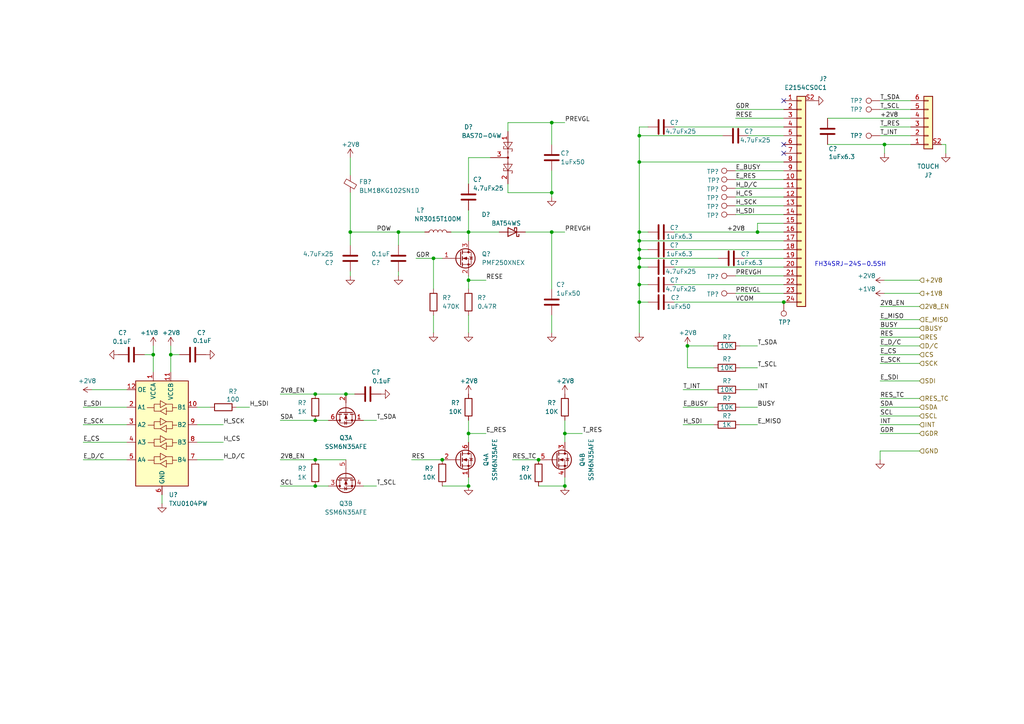
<source format=kicad_sch>
(kicad_sch (version 20231120) (generator "eeschema") (generator_version "8.0")
  (paper "A4")
  (lib_symbols
    (symbol "Connector:TestPoint" (pin_numbers hide) (pin_names (offset 0.762) hide)
      (property "Reference" "TP" (at 0 6.858 0))
      (property "Value" "TestPoint" (at 0 5.08 0))
      (symbol "TestPoint_1_1"
        (pin passive line (at 0 0 90) (length 2.54) (name "1") (number "1"))
      )
    )
    (symbol "Connector_Generic:Conn_01x06" (pin_names (offset 1.016) hide)
      (property "Reference" "J5" (at 0 13.97 0))
      (property "Value" "TOUCH" (at 0 11.43 0))
      (symbol "Conn_01x06_1_1"
        (pin passive line (at -5.08 5.08 0) (length 3.81) (name "Pin_1") (number "1"))
        (pin passive line (at -5.08 2.54 0) (length 3.81) (name "Pin_2") (number "2"))
        (pin passive line (at -5.08 0 0) (length 3.81) (name "Pin_3") (number "3"))
        (pin passive line (at -5.08 -2.54 0) (length 3.81) (name "Pin_4") (number "4"))
        (pin passive line (at -5.08 -5.08 0) (length 3.81) (name "Pin_5") (number "5"))
        (pin passive line (at -5.08 -7.62 0) (length 3.81) (name "Pin_6") (number "6"))
        (pin free line (at 3.81 5.08 180) (length 2.54) (name "S") (number "S2"))
      )
    )
    (symbol "Connector_Generic:Conn_01x24" (pin_names (offset 1.016) hide)
      (property "Reference" "J4" (at 6.35 34.29 0))
      (property "Value" "E2154CS0C1" (at 1.27 31.75 0))
      (symbol "Conn_01x24_1_1"
        (pin passive line (at -5.08 27.94 0) (length 3.81) (name "Pin_1") (number "1"))
        (pin passive line (at -5.08 5.08 0) (length 3.81) (name "Pin_10") (number "10"))
        (pin passive line (at -5.08 2.54 0) (length 3.81) (name "Pin_11") (number "11"))
        (pin passive line (at -5.08 0 0) (length 3.81) (name "Pin_12") (number "12"))
        (pin passive line (at -5.08 -2.54 0) (length 3.81) (name "Pin_13") (number "13"))
        (pin passive line (at -5.08 -5.08 0) (length 3.81) (name "Pin_14") (number "14"))
        (pin passive line (at -5.08 -7.62 0) (length 3.81) (name "Pin_15") (number "15"))
        (pin passive line (at -5.08 -10.16 0) (length 3.81) (name "Pin_16") (number "16"))
        (pin passive line (at -5.08 -12.7 0) (length 3.81) (name "Pin_17") (number "17"))
        (pin passive line (at -5.08 -15.24 0) (length 3.81) (name "Pin_18") (number "18"))
        (pin passive line (at -5.08 -17.78 0) (length 3.81) (name "Pin_19") (number "19"))
        (pin passive line (at -5.08 25.4 0) (length 3.81) (name "Pin_2") (number "2"))
        (pin passive line (at -5.08 -20.32 0) (length 3.81) (name "Pin_20") (number "20"))
        (pin passive line (at -5.08 -22.86 0) (length 3.81) (name "Pin_21") (number "21"))
        (pin passive line (at -5.08 -25.4 0) (length 3.81) (name "Pin_22") (number "22"))
        (pin passive line (at -5.08 -27.94 0) (length 3.81) (name "Pin_23") (number "23"))
        (pin passive line (at -5.08 -30.48 0) (length 3.81) (name "Pin_24") (number "24"))
        (pin passive line (at -5.08 22.86 0) (length 3.81) (name "Pin_3") (number "3"))
        (pin passive line (at -5.08 20.32 0) (length 3.81) (name "Pin_4") (number "4"))
        (pin passive line (at -5.08 17.78 0) (length 3.81) (name "Pin_5") (number "5"))
        (pin passive line (at -5.08 15.24 0) (length 3.81) (name "Pin_6") (number "6"))
        (pin passive line (at -5.08 12.7 0) (length 3.81) (name "Pin_7") (number "7"))
        (pin passive line (at -5.08 10.16 0) (length 3.81) (name "Pin_8") (number "8"))
        (pin passive line (at -5.08 7.62 0) (length 3.81) (name "Pin_9") (number "9"))
        (pin free line (at 3.81 27.94 180) (length 2.54) (name "S") (number "S2"))
      )
    )
    (symbol "Device:C" (pin_numbers hide) (pin_names (offset 0.254))
      (property "Reference" "C" (at 0.635 2.54 0))
      (property "Value" "C" (at 0.635 -2.54 0))
      (symbol "C_1_1"
        (pin passive line (at 0 3.81 270) (length 2.794) (name "~") (number "1"))
        (pin passive line (at 0 -3.81 90) (length 2.794) (name "~") (number "2"))
      )
    )
    (symbol "Device:D_Schottky" (pin_numbers hide) (pin_names (offset 1.016) hide)
      (property "Reference" "D" (at 0 2.54 0))
      (property "Value" "D_Schottky" (at 0 -2.54 0))
      (symbol "D_Schottky_1_1"
        (pin passive line (at -3.81 0 0) (length 2.54) (name "K") (number "1"))
        (pin passive line (at 3.81 0 180) (length 2.54) (name "A") (number "2"))
      )
    )
    (symbol "Device:FerriteBead_Small" (pin_numbers hide) (pin_names (offset 0))
      (property "Reference" "FB" (at 1.905 1.27 0))
      (property "Value" "FerriteBead_Small" (at 1.905 -1.27 0))
      (symbol "FerriteBead_Small_1_1"
        (pin passive line (at 0 2.54 270) (length 1.27) (name "~") (number "1"))
        (pin passive line (at 0 -2.54 90) (length 1.27) (name "~") (number "2"))
      )
    )
    (symbol "Device:L" (pin_numbers hide) (pin_names (offset 1.016) hide)
      (property "Reference" "L" (at -1.27 0 90))
      (property "Value" "L" (at 1.905 0 90))
      (symbol "L_1_1"
        (pin passive line (at 0 3.81 270) (length 1.27) (name "1") (number "1"))
        (pin passive line (at 0 -3.81 90) (length 1.27) (name "2") (number "2"))
      )
    )
    (symbol "Device:Q_NMOS_GSD" (pin_names (offset 0) hide)
      (property "Reference" "Q" (at 5.08 1.27 0))
      (property "Value" "Q_NMOS_GSD" (at 5.08 -1.27 0))
      (symbol "Q_NMOS_GSD_1_1"
        (pin input line (at -5.08 0 0) (length 2.54) (name "G") (number "1"))
        (pin passive line (at 2.54 -5.08 90) (length 2.54) (name "S") (number "2"))
        (pin passive line (at 2.54 5.08 270) (length 2.54) (name "D") (number "3"))
      )
    )
    (symbol "Device:R" (pin_numbers hide) (pin_names (offset 0))
      (property "Reference" "R" (at 2.032 0 90))
      (property "Value" "R" (at 0 0 90))
      (symbol "R_1_1"
        (pin passive line (at 0 3.81 270) (length 1.27) (name "~") (number "1"))
        (pin passive line (at 0 -3.81 90) (length 1.27) (name "~") (number "2"))
      )
    )
    (symbol "Diode:BAT54SW" (pin_names (offset 1.016))
      (property "Reference" "D" (at 0.635 -3.81 0))
      (property "Value" "BAT54SW" (at -6.35 3.175 0))
      (symbol "BAT54SW_1_1"
        (pin passive line (at -7.62 0 0) (length 3.81) (name "~") (number "1"))
        (pin passive line (at 7.62 0 180) (length 3.81) (name "~") (number "2"))
        (pin passive line (at 0 -5.08 90) (length 5.08) (name "~") (number "3"))
      )
    )
    (symbol "Logic_LevelTranslator:TXB0104RUT"
      (property "Reference" "U" (at -6.35 16.51 0))
      (property "Value" "TXB0104RUT" (at 3.81 16.51 0))
      (symbol "TXB0104RUT_1_1"
        (pin power_in line (at -2.54 17.78 270) (length 2.54) (name "VCCA") (number "1"))
        (pin tri_state line (at 10.16 7.62 180) (length 2.54) (name "B1") (number "10"))
        (pin power_in line (at 2.54 17.78 270) (length 2.54) (name "VCCB") (number "11"))
        (pin input line (at -10.16 12.7 0) (length 2.54) (name "OE") (number "12"))
        (pin tri_state line (at -10.16 7.62 0) (length 2.54) (name "A1") (number "2"))
        (pin tri_state line (at -10.16 2.54 0) (length 2.54) (name "A2") (number "3"))
        (pin tri_state line (at -10.16 -2.54 0) (length 2.54) (name "A3") (number "4"))
        (pin tri_state line (at -10.16 -7.62 0) (length 2.54) (name "A4") (number "5"))
        (pin power_in line (at 0 -17.78 90) (length 2.54) (name "GND") (number "6"))
        (pin tri_state line (at 10.16 -7.62 180) (length 2.54) (name "B4") (number "7"))
        (pin tri_state line (at 10.16 -2.54 180) (length 2.54) (name "B3") (number "8"))
        (pin tri_state line (at 10.16 2.54 180) (length 2.54) (name "B2") (number "9"))
      )
    )
    (symbol "Transistor_FET:FDG1024NZ" (pin_names hide)
      (property "Reference" "Q" (at 5.08 1.905 0))
      (property "Value" "FDG1024NZ" (at 5.08 0 0))
      (symbol "FDG1024NZ_1_1"
        (pin passive line (at 2.54 -5.08 90) (length 2.54) (name "S") (number "1"))
        (pin passive line (at -5.08 0 0) (length 2.54) (name "G") (number "2"))
        (pin passive line (at 2.54 5.08 270) (length 2.54) (name "D") (number "6"))
      )
      (symbol "FDG1024NZ_2_1"
        (pin passive line (at 2.54 5.08 270) (length 2.54) (name "D") (number "3"))
        (pin passive line (at 2.54 -5.08 90) (length 2.54) (name "S") (number "4"))
        (pin passive line (at -5.08 0 0) (length 2.54) (name "G") (number "5"))
      )
    )
    (symbol "power:+1V8" (power) (pin_names (offset 0))
      (property "Value" "+1V8" (at 0 3.556 0))
      (symbol "+1V8_1_1"
        (pin power_in line (at 0 0 90) (length 0) hide (name "+1V8") (number "1"))
      )
    )
    (symbol "power:+2V8" (power) (pin_names (offset 0))
      (property "Value" "+2V8" (at 0 3.556 0))
      (symbol "+2V8_1_1"
        (pin power_in line (at 0 0 90) (length 0) hide (name "+2V8") (number "1"))
      )
    )
    (symbol "power:GND" (power) (pin_names (offset 0))
      (property "Value" "GND" (at 0 -3.81 0))
      (symbol "GND_1_1"
        (pin power_in line (at 0 0 270) (length 0) hide (name "GND") (number "1"))
      )
    )
  )
  (junction (at 256.54 41.91))
  (junction (at 128.27 133.35))
  (junction (at 185.42 67.31))
  (junction (at 160.02 55.88))
  (junction (at 163.83 140.97))
  (junction (at 219.71 67.31))
  (junction (at 100.33 114.3))
  (junction (at 227.33 87.63))
  (junction (at 49.53 102.87))
  (junction (at 135.89 125.73))
  (junction (at 91.44 133.35))
  (junction (at 115.57 67.31))
  (junction (at 156.21 133.35))
  (junction (at 91.44 140.97))
  (junction (at 185.42 87.63))
  (junction (at 185.42 72.39))
  (junction (at 91.44 121.92))
  (junction (at 163.83 125.73))
  (junction (at 185.42 77.47))
  (junction (at 185.42 39.37))
  (junction (at 125.73 74.93))
  (junction (at 185.42 69.85))
  (junction (at 44.45 102.87))
  (junction (at 91.44 114.3))
  (junction (at 185.42 82.55))
  (junction (at 160.02 35.56))
  (junction (at 185.42 74.93))
  (junction (at 135.89 140.97))
  (junction (at 135.89 81.28))
  (junction (at 185.42 46.99))
  (junction (at 199.39 100.33))
  (junction (at 160.02 67.31))
  (junction (at 101.6 67.31))
  (junction (at 135.89 67.31))
  (no_connect (at 227.33 44.45))
  (no_connect (at 227.33 41.91))
  (no_connect (at 227.33 29.21))
  (wire (pts (xy 185.42 67.31) (xy 187.96 67.31)))
  (wire (pts (xy 255.27 102.87) (xy 266.7 102.87)))
  (wire (pts (xy 185.42 69.85) (xy 185.42 72.39)))
  (wire (pts (xy 41.91 102.87) (xy 44.45 102.87)))
  (wire (pts (xy 147.32 35.56) (xy 147.32 38.1)))
  (wire (pts (xy 101.6 78.74) (xy 101.6 80.01)))
  (wire (pts (xy 135.89 67.31) (xy 135.89 69.85)))
  (wire (pts (xy 91.44 121.92) (xy 95.25 121.92)))
  (wire (pts (xy 52.07 102.87) (xy 49.53 102.87)))
  (wire (pts (xy 26.67 113.03) (xy 36.83 113.03)))
  (wire (pts (xy 198.12 123.19) (xy 207.01 123.19)))
  (wire (pts (xy 144.78 67.31) (xy 135.89 67.31)))
  (wire (pts (xy 213.36 85.09) (xy 227.33 85.09)))
  (wire (pts (xy 255.27 97.79) (xy 266.7 97.79)))
  (wire (pts (xy 185.42 67.31) (xy 185.42 69.85)))
  (wire (pts (xy 185.42 77.47) (xy 185.42 82.55)))
  (wire (pts (xy 81.28 133.35) (xy 91.44 133.35)))
  (wire (pts (xy 199.39 106.68) (xy 199.39 100.33)))
  (wire (pts (xy 215.9 74.93) (xy 227.33 74.93)))
  (wire (pts (xy 24.13 128.27) (xy 36.83 128.27)))
  (wire (pts (xy 44.45 100.33) (xy 44.45 102.87)))
  (wire (pts (xy 195.58 82.55) (xy 227.33 82.55)))
  (wire (pts (xy 214.63 123.19) (xy 219.71 123.19)))
  (wire (pts (xy 101.6 67.31) (xy 115.57 67.31)))
  (wire (pts (xy 120.65 74.93) (xy 125.73 74.93)))
  (wire (pts (xy 256.54 85.09) (xy 266.7 85.09)))
  (wire (pts (xy 160.02 35.56) (xy 160.02 41.91)))
  (wire (pts (xy 214.63 100.33) (xy 219.71 100.33)))
  (wire (pts (xy 128.27 140.97) (xy 135.89 140.97)))
  (wire (pts (xy 185.42 69.85) (xy 227.33 69.85)))
  (wire (pts (xy 185.42 87.63) (xy 185.42 96.52)))
  (wire (pts (xy 213.36 34.29) (xy 227.33 34.29)))
  (wire (pts (xy 160.02 35.56) (xy 163.83 35.56)))
  (wire (pts (xy 24.13 118.11) (xy 36.83 118.11)))
  (wire (pts (xy 255.27 100.33) (xy 266.7 100.33)))
  (wire (pts (xy 256.54 41.91) (xy 264.16 41.91)))
  (wire (pts (xy 240.03 41.91) (xy 256.54 41.91)))
  (wire (pts (xy 213.36 54.61) (xy 227.33 54.61)))
  (wire (pts (xy 185.42 74.93) (xy 208.28 74.93)))
  (wire (pts (xy 185.42 74.93) (xy 185.42 77.47)))
  (wire (pts (xy 217.17 39.37) (xy 227.33 39.37)))
  (wire (pts (xy 198.12 113.03) (xy 207.01 113.03)))
  (wire (pts (xy 213.36 62.23) (xy 227.33 62.23)))
  (wire (pts (xy 198.12 118.11) (xy 207.01 118.11)))
  (wire (pts (xy 213.36 31.75) (xy 227.33 31.75)))
  (wire (pts (xy 256.54 81.28) (xy 266.7 81.28)))
  (wire (pts (xy 274.32 44.45) (xy 274.32 41.91)))
  (wire (pts (xy 135.89 125.73) (xy 135.89 128.27)))
  (wire (pts (xy 163.83 125.73) (xy 168.91 125.73)))
  (wire (pts (xy 101.6 67.31) (xy 101.6 71.12)))
  (wire (pts (xy 255.27 95.25) (xy 266.7 95.25)))
  (wire (pts (xy 147.32 35.56) (xy 160.02 35.56)))
  (wire (pts (xy 135.89 140.97) (xy 135.89 138.43)))
  (wire (pts (xy 255.27 39.37) (xy 264.16 39.37)))
  (wire (pts (xy 160.02 91.44) (xy 160.02 96.52)))
  (wire (pts (xy 214.63 113.03) (xy 219.71 113.03)))
  (wire (pts (xy 185.42 36.83) (xy 185.42 39.37)))
  (wire (pts (xy 72.39 118.11) (xy 68.58 118.11)))
  (wire (pts (xy 240.03 34.29) (xy 264.16 34.29)))
  (wire (pts (xy 119.38 133.35) (xy 128.27 133.35)))
  (wire (pts (xy 185.42 87.63) (xy 187.96 87.63)))
  (wire (pts (xy 46.99 143.51) (xy 46.99 146.05)))
  (wire (pts (xy 185.42 77.47) (xy 187.96 77.47)))
  (wire (pts (xy 213.36 57.15) (xy 227.33 57.15)))
  (wire (pts (xy 147.32 55.88) (xy 160.02 55.88)))
  (wire (pts (xy 135.89 91.44) (xy 135.89 96.52)))
  (wire (pts (xy 125.73 91.44) (xy 125.73 96.52)))
  (wire (pts (xy 44.45 102.87) (xy 44.45 107.95)))
  (wire (pts (xy 219.71 64.77) (xy 219.71 67.31)))
  (wire (pts (xy 135.89 60.96) (xy 135.89 67.31)))
  (wire (pts (xy 160.02 67.31) (xy 163.83 67.31)))
  (wire (pts (xy 160.02 49.53) (xy 160.02 55.88)))
  (wire (pts (xy 115.57 67.31) (xy 123.19 67.31)))
  (wire (pts (xy 185.42 72.39) (xy 185.42 74.93)))
  (wire (pts (xy 105.41 121.92) (xy 109.22 121.92)))
  (wire (pts (xy 147.32 55.88) (xy 147.32 53.34)))
  (wire (pts (xy 125.73 74.93) (xy 128.27 74.93)))
  (wire (pts (xy 152.4 67.31) (xy 160.02 67.31)))
  (wire (pts (xy 255.27 29.21) (xy 264.16 29.21)))
  (wire (pts (xy 255.27 31.75) (xy 264.16 31.75)))
  (wire (pts (xy 255.27 88.9) (xy 266.7 88.9)))
  (wire (pts (xy 24.13 133.35) (xy 36.83 133.35)))
  (wire (pts (xy 64.77 128.27) (xy 57.15 128.27)))
  (wire (pts (xy 24.13 123.19) (xy 36.83 123.19)))
  (wire (pts (xy 207.01 106.68) (xy 199.39 106.68)))
  (wire (pts (xy 115.57 71.12) (xy 115.57 67.31)))
  (wire (pts (xy 91.44 133.35) (xy 100.33 133.35)))
  (wire (pts (xy 255.27 36.83) (xy 264.16 36.83)))
  (wire (pts (xy 135.89 125.73) (xy 140.97 125.73)))
  (wire (pts (xy 135.89 121.92) (xy 135.89 125.73)))
  (wire (pts (xy 163.83 138.43) (xy 163.83 140.97)))
  (wire (pts (xy 115.57 78.74) (xy 115.57 80.01)))
  (wire (pts (xy 213.36 49.53) (xy 227.33 49.53)))
  (wire (pts (xy 135.89 45.72) (xy 135.89 53.34)))
  (wire (pts (xy 195.58 72.39) (xy 227.33 72.39)))
  (wire (pts (xy 156.21 140.97) (xy 163.83 140.97)))
  (wire (pts (xy 101.6 45.72) (xy 101.6 50.8)))
  (wire (pts (xy 125.73 74.93) (xy 125.73 83.82)))
  (wire (pts (xy 213.36 59.69) (xy 227.33 59.69)))
  (wire (pts (xy 214.63 118.11) (xy 219.71 118.11)))
  (wire (pts (xy 160.02 57.15) (xy 160.02 55.88)))
  (wire (pts (xy 135.89 81.28) (xy 140.97 81.28)))
  (wire (pts (xy 255.27 110.49) (xy 266.7 110.49)))
  (wire (pts (xy 256.54 41.91) (xy 256.54 44.45)))
  (wire (pts (xy 185.42 72.39) (xy 187.96 72.39)))
  (wire (pts (xy 255.27 130.81) (xy 266.7 130.81)))
  (wire (pts (xy 255.27 92.71) (xy 266.7 92.71)))
  (wire (pts (xy 219.71 67.31) (xy 227.33 67.31)))
  (wire (pts (xy 274.32 41.91) (xy 273.05 41.91)))
  (wire (pts (xy 185.42 46.99) (xy 227.33 46.99)))
  (wire (pts (xy 255.27 118.11) (xy 266.7 118.11)))
  (wire (pts (xy 81.28 140.97) (xy 91.44 140.97)))
  (wire (pts (xy 195.58 36.83) (xy 227.33 36.83)))
  (wire (pts (xy 195.58 77.47) (xy 227.33 77.47)))
  (wire (pts (xy 195.58 67.31) (xy 219.71 67.31)))
  (wire (pts (xy 163.83 125.73) (xy 163.83 128.27)))
  (wire (pts (xy 255.27 125.73) (xy 266.7 125.73)))
  (wire (pts (xy 199.39 100.33) (xy 207.01 100.33)))
  (wire (pts (xy 91.44 140.97) (xy 95.25 140.97)))
  (wire (pts (xy 160.02 67.31) (xy 160.02 83.82)))
  (wire (pts (xy 255.27 115.57) (xy 266.7 115.57)))
  (wire (pts (xy 81.28 114.3) (xy 91.44 114.3)))
  (wire (pts (xy 64.77 123.19) (xy 57.15 123.19)))
  (wire (pts (xy 185.42 82.55) (xy 185.42 87.63)))
  (wire (pts (xy 81.28 121.92) (xy 91.44 121.92)))
  (wire (pts (xy 195.58 87.63) (xy 227.33 87.63)))
  (wire (pts (xy 255.27 120.65) (xy 266.7 120.65)))
  (wire (pts (xy 142.24 45.72) (xy 135.89 45.72)))
  (wire (pts (xy 49.53 100.33) (xy 49.53 102.87)))
  (wire (pts (xy 102.87 114.3) (xy 100.33 114.3)))
  (wire (pts (xy 64.77 133.35) (xy 57.15 133.35)))
  (wire (pts (xy 130.81 67.31) (xy 135.89 67.31)))
  (wire (pts (xy 105.41 140.97) (xy 109.22 140.97)))
  (wire (pts (xy 148.59 133.35) (xy 156.21 133.35)))
  (wire (pts (xy 101.6 55.88) (xy 101.6 67.31)))
  (wire (pts (xy 185.42 39.37) (xy 209.55 39.37)))
  (wire (pts (xy 214.63 106.68) (xy 219.71 106.68)))
  (wire (pts (xy 213.36 80.01) (xy 227.33 80.01)))
  (wire (pts (xy 49.53 102.87) (xy 49.53 107.95)))
  (wire (pts (xy 163.83 121.92) (xy 163.83 125.73)))
  (wire (pts (xy 255.27 133.35) (xy 255.27 130.81)))
  (wire (pts (xy 60.96 118.11) (xy 57.15 118.11)))
  (wire (pts (xy 185.42 82.55) (xy 187.96 82.55)))
  (wire (pts (xy 213.36 52.07) (xy 227.33 52.07)))
  (wire (pts (xy 91.44 114.3) (xy 100.33 114.3)))
  (wire (pts (xy 255.27 123.19) (xy 266.7 123.19)))
  (wire (pts (xy 135.89 80.01) (xy 135.89 81.28)))
  (wire (pts (xy 185.42 46.99) (xy 185.42 67.31)))
  (wire (pts (xy 135.89 81.28) (xy 135.89 83.82)))
  (wire (pts (xy 185.42 39.37) (xy 185.42 46.99)))
  (wire (pts (xy 255.27 105.41) (xy 266.7 105.41)))
  (wire (pts (xy 219.71 64.77) (xy 227.33 64.77)))
  (wire (pts (xy 187.96 36.83) (xy 185.42 36.83)))
  (text "FH34SRJ-24S-0.5SH" (at 236.22 77.47 0) (effects (font (size 1.27 1.27)) (justify left bottom)))
  (label "T_SDA" (at 255.27 29.21 0))
  (label "H_SCK" (at 213.36 59.69 0))
  (label "H_CS" (at 64.77 128.27 0))
  (label "SDA" (at 81.28 121.92 0))
  (label "INT" (at 219.71 113.03 0))
  (label "E_CS" (at 255.27 102.87 0))
  (label "E_SCK" (at 24.13 123.19 0))
  (label "RES" (at 119.38 133.35 0))
  (label "E_SCK" (at 255.27 105.41 0))
  (label "E_RES" (at 140.97 125.73 0))
  (label "BUSY" (at 255.27 95.25 0))
  (label "RESE" (at 213.36 34.29 0))
  (label "E_SDI" (at 255.27 110.49 0))
  (label "H_SDI" (at 198.12 123.19 0))
  (label "2V8_EN" (at 81.28 133.35 0))
  (label "GDR" (at 120.65 74.93 0))
  (label "E_MISO" (at 255.27 92.71 0))
  (label "SCL" (at 81.28 140.97 0))
  (label "H_SDI" (at 72.39 118.11 0))
  (label "H_SCK" (at 64.77 123.19 0))
  (label "H_CS" (at 213.36 57.15 0))
  (label "E_CS" (at 24.13 128.27 0))
  (label "RESE" (at 140.97 81.28 0))
  (label "T_SCL" (at 255.27 31.75 0))
  (label "E_SDI" (at 24.13 118.11 0))
  (label "T_SDA" (at 109.22 121.92 0))
  (label "E_MISO" (at 219.71 123.19 0))
  (label "T_SCL" (at 219.71 106.68 0))
  (label "T_RES" (at 255.27 36.83 0))
  (label "SCL" (at 255.27 120.65 0))
  (label "T_INT" (at 255.27 39.37 0))
  (label "H_D{slash}C" (at 64.77 133.35 0))
  (label "2V8_EN" (at 81.28 114.3 0))
  (label "PREVGH" (at 213.36 80.01 0))
  (label "H_D{slash}C" (at 213.36 54.61 0))
  (label "BUSY" (at 219.71 118.11 0))
  (label "+2V8" (at 210.82 67.31 0))
  (label "RES" (at 255.27 97.79 0))
  (label "VCOM" (at 213.36 87.63 0))
  (label "+2V8" (at 255.27 34.29 0))
  (label "POW" (at 109.22 67.31 0))
  (label "SDA" (at 255.27 118.11 0))
  (label "INT" (at 255.27 123.19 0))
  (label "E_BUSY" (at 213.36 49.53 0))
  (label "T_INT" (at 198.12 113.03 0))
  (label "E_BUSY" (at 198.12 118.11 0))
  (label "PREVGL" (at 213.36 85.09 0))
  (label "T_RES" (at 168.91 125.73 0))
  (label "2V8_EN" (at 255.27 88.9 0))
  (label "RES_TC" (at 148.59 133.35 0))
  (label "E_D{slash}C" (at 24.13 133.35 0))
  (label "E_RES" (at 213.36 52.07 0))
  (label "RES_TC" (at 255.27 115.57 0))
  (label "GDR" (at 255.27 125.73 0))
  (label "PREVGH" (at 163.83 67.31 0))
  (label "T_SDA" (at 219.71 100.33 0))
  (label "T_SCL" (at 109.22 140.97 0))
  (label "PREVGL" (at 163.83 35.56 0))
  (label "GDR" (at 213.36 31.75 0))
  (label "E_D{slash}C" (at 255.27 100.33 0))
  (label "H_SDI" (at 213.36 62.23 0))
  (hierarchical_label "INT" (shape input) (at 266.7 123.19 0))
  (hierarchical_label "SDI" (shape input) (at 266.7 110.49 0))
  (hierarchical_label "+2V8" (shape input) (at 266.7 81.28 0))
  (hierarchical_label "SDA" (shape input) (at 266.7 118.11 0))
  (hierarchical_label "+1V8" (shape input) (at 266.7 85.09 0))
  (hierarchical_label "D{slash}C" (shape input) (at 266.7 100.33 0))
  (hierarchical_label "SCK" (shape input) (at 266.7 105.41 0))
  (hierarchical_label "BUSY" (shape input) (at 266.7 95.25 0))
  (hierarchical_label "CS" (shape input) (at 266.7 102.87 0))
  (hierarchical_label "GND" (shape input) (at 266.7 130.81 0))
  (hierarchical_label "2V8_EN" (shape input) (at 266.7 88.9 0))
  (hierarchical_label "E_MISO" (shape input) (at 266.7 92.71 0))
  (hierarchical_label "RES" (shape input) (at 266.7 97.79 0))
  (hierarchical_label "RES_TC" (shape input) (at 266.7 115.57 0))
  (hierarchical_label "SCL" (shape input) (at 266.7 120.65 0))
  (hierarchical_label "GDR" (shape input) (at 266.7 125.73 0))
  (symbol (lib_id "Device:D_Schottky") (at 148.59 67.31 180) (unit 1)
    (property "Reference" "D?" (at 142.24 62.23 0) (effects (justify left)))
    (property "Value" "BAT54WS" (at 151.13 64.77 0) (effects (justify left)))
    (property "Footprint" "Diode_SMD:D_SOD-323F" (effects (hide yes)))
    (property "MouserPN" "621-BAT54WS-F" (effects (hide yes)))
    (instances (project "Kampela" (path "" (reference "D?") (unit 1))) (project "Kampela_G5" (path "" (reference "D10") (unit 1))))
  )
  (symbol (lib_id "power:GND") (at 101.6 80.01 0) (unit 1)
    (property "Reference" "#PWR?" (effects (hide yes)))
    (property "Value" "GND" (effects (hide yes)))
    (instances (project "Kampela" (path "" (reference "#PWR?") (unit 1))) (project "Kampela_G5" (path "" (reference "#PWR071") (unit 1))))
  )
  (symbol (lib_id "Device:C") (at 191.77 72.39 90) (unit 1)
    (property "Reference" "C?" (at 196.85 71.12 90) (effects (justify left)))
    (property "Value" "1uFx6.3" (at 200.914 73.66 90) (effects (justify left)))
    (property "Footprint" "Capacitor_SMD:C_0402_1005Metric" (effects (hide yes)))
    (property "MouserPN" "963-JMK105BJ105KV-F" (effects (hide yes)))
    (instances (project "Kampela" (path "" (reference "C?") (unit 1))) (project "Kampela_G5" (path "" (reference "C51") (unit 1))))
  )
  (symbol (lib_id "Device:R") (at 128.27 137.16 180) (unit 1)
    (property "Reference" "R?" (at 124.46 135.89 0))
    (property "Value" "10K" (at 124.46 138.43 0))
    (property "Footprint" "Resistor_SMD:R_0402_1005Metric" (effects (hide yes)))
    (property "MouserPN" "71-CRCW040210K0FKEDC" (effects (hide yes)))
    (instances (project "Kampela" (path "" (reference "R?") (unit 1))) (project "Kampela_G5" (path "" (reference "R23") (unit 1))))
  )
  (symbol (lib_id "Device:R") (at 135.89 118.11 180) (unit 1)
    (property "Reference" "R?" (at 132.08 116.84 0))
    (property "Value" "10K" (at 132.08 119.38 0))
    (property "Footprint" "Resistor_SMD:R_0402_1005Metric" (effects (hide yes)))
    (property "MouserPN" "71-CRCW040210K0FKEDC" (effects (hide yes)))
    (instances (project "Kampela" (path "" (reference "R?") (unit 1))) (project "Kampela_G5" (path "" (reference "R24") (unit 1))))
  )
  (symbol (lib_id "power:GND") (at 59.69 102.87 90) (unit 1)
    (property "Reference" "#PWR?" (effects (hide yes)))
    (property "Value" "GND" (effects (hide yes)))
    (instances (project "Kampela" (path "" (reference "#PWR?") (unit 1))) (project "Kampela_G5" (path "" (reference "#PWR069") (unit 1))))
  )
  (symbol (lib_id "Device:C") (at 191.77 82.55 90) (unit 1)
    (property "Reference" "C?" (at 196.85 81.28 90) (effects (justify left)))
    (property "Value" "4.7uFx25" (at 201.93 83.82 90) (effects (justify left)))
    (property "Footprint" "Capacitor_SMD:C_0603_1608Metric" (effects (hide yes)))
    (property "MouserPN" "581-02013A100J" (effects (hide yes)))
    (instances (project "Kampela" (path "" (reference "C?") (unit 1))) (project "Kampela_G5" (path "" (reference "C53") (unit 1))))
  )
  (symbol (lib_id "Device:C") (at 135.89 57.15 0) (unit 1)
    (property "Reference" "C?" (at 137.16 52.07 0) (effects (justify left)))
    (property "Value" "4.7uFx25" (at 137.16 54.61 0) (effects (justify left)))
    (property "Footprint" "Capacitor_SMD:C_0603_1608Metric" (effects (hide yes)))
    (property "MouserPN" "581-02013A100J" (effects (hide yes)))
    (instances (project "Kampela" (path "" (reference "C?") (unit 1))) (project "Kampela_G5" (path "" (reference "C45") (unit 1))))
  )
  (symbol (lib_id "Device:R") (at 91.44 118.11 180) (unit 1)
    (property "Reference" "R?" (at 87.63 116.84 0))
    (property "Value" "1K" (at 87.63 119.38 0))
    (property "Footprint" "Resistor_SMD:R_0402_1005Metric" (effects (hide yes)))
    (property "MouserPN" "603-RC0402FR-071KL" (effects (hide yes)))
    (instances (project "Kampela" (path "" (reference "R?") (unit 1))) (project "Kampela_G5" (path "" (reference "R20") (unit 1))))
  )
  (symbol (lib_id "power:GND") (at 110.49 114.3 90) (unit 1)
    (property "Reference" "#PWR?" (effects (hide yes)))
    (property "Value" "GND" (effects (hide yes)))
    (instances (project "Kampela" (path "" (reference "#PWR?") (unit 1))) (project "Kampela_G5" (path "" (reference "#PWR075") (unit 1))))
  )
  (symbol (lib_id "Device:R") (at 210.82 106.68 90) (unit 1)
    (property "Reference" "R?" (at 210.82 104.14 90))
    (property "Value" "10K" (at 210.82 106.68 90))
    (property "Footprint" "Resistor_SMD:R_0402_1005Metric" (effects (hide yes)))
    (property "MouserPN" "71-CRCW040210K0FKEDC" (effects (hide yes)))
    (instances (project "Kampela" (path "" (reference "R?") (unit 1))) (project "Kampela_G5" (path "" (reference "R26") (unit 1))))
  )
  (symbol (lib_id "Connector:TestPoint") (at 255.27 31.75 90) (unit 1) (in_bom no)
    (property "Reference" "TP?" (at 248.412 31.75 90))
    (property "Value" "TestPoint" (effects (hide yes)))
    (property "Footprint" "TestPoint:TestPoint_Pad_D1.0mm" (effects (hide yes)))
    (instances (project "Kampela" (path "" (reference "TP?") (unit 1))) (project "Kampela_G5" (path "" (reference "TP24") (unit 1))))
  )
  (symbol (lib_id "power:GND") (at 185.42 96.52 0) (unit 1)
    (property "Reference" "#PWR?" (effects (hide yes)))
    (property "Value" "GND" (effects (hide yes)))
    (instances (project "Kampela" (path "" (reference "#PWR?") (unit 1))) (project "Kampela_G5" (path "" (reference "#PWR080") (unit 1))))
  )
  (symbol (lib_id "Connector:TestPoint") (at 213.36 49.53 90) (unit 1) (in_bom no)
    (property "Reference" "TP?" (at 206.756 49.784 90))
    (property "Value" "TestPoint" (effects (hide yes)))
    (property "Footprint" "TestPoint:TestPoint_Pad_D1.0mm" (effects (hide yes)))
    (instances (project "Kampela" (path "" (reference "TP?") (unit 1))) (project "Kampela_G5" (path "" (reference "TP7") (unit 1))))
  )
  (symbol (lib_id "power:+2V8") (at 26.67 113.03 90) (unit 1)
    (property "Reference" "#PWR?" (effects (hide yes)))
    (property "Value" "+2V8" (at 27.94 110.49 90) (effects (justify left)))
    (instances (project "Kampela" (path "" (reference "#PWR?") (unit 1))) (project "Kampela_G5" (path "" (reference "#PWR064") (unit 1))))
  )
  (symbol (lib_id "power:GND") (at 236.22 29.21 90) (unit 1)
    (property "Reference" "#PWR?" (effects (hide yes)))
    (property "Value" "GND" (effects (hide yes)))
    (instances (project "Kampela" (path "" (reference "#PWR?") (unit 1))) (project "Kampela_G5" (path "" (reference "#PWR087") (unit 1))))
  )
  (symbol (lib_id "Device:R") (at 91.44 137.16 180) (unit 1)
    (property "Reference" "R?" (at 87.63 135.89 0))
    (property "Value" "1K" (at 87.63 138.43 0))
    (property "Footprint" "Resistor_SMD:R_0402_1005Metric" (effects (hide yes)))
    (property "MouserPN" "603-RC0402FR-071KL" (effects (hide yes)))
    (instances (project "Kampela" (path "" (reference "R?") (unit 1))) (project "Kampela_G5" (path "" (reference "R21") (unit 1))))
  )
  (symbol (lib_id "Device:C") (at 160.02 87.63 0) (unit 1)
    (property "Reference" "C?" (at 161.29 82.55 0) (effects (justify left)))
    (property "Value" "1uFx50" (at 161.29 85.09 0) (effects (justify left)))
    (property "Footprint" "Capacitor_SMD:C_0402_1005Metric" (effects (hide yes)))
    (property "MouserPN" "81-GRM155R61H105ME5J" (effects (hide yes)))
    (instances (project "Kampela" (path "" (reference "C?") (unit 1))) (project "Kampela_G5" (path "" (reference "C48") (unit 1))))
  )
  (symbol (lib_id "Connector:TestPoint") (at 213.36 54.61 90) (unit 1) (in_bom no)
    (property "Reference" "TP?" (at 206.756 54.864 90))
    (property "Value" "TestPoint" (effects (hide yes)))
    (property "Footprint" "TestPoint:TestPoint_Pad_D1.0mm" (effects (hide yes)))
    (instances (project "Kampela" (path "" (reference "TP?") (unit 1))) (project "Kampela_G5" (path "" (reference "TP9") (unit 1))))
  )
  (symbol (lib_id "Connector:TestPoint") (at 255.27 29.21 90) (unit 1) (in_bom no)
    (property "Reference" "TP?" (at 248.412 29.21 90))
    (property "Value" "TestPoint" (effects (hide yes)))
    (property "Footprint" "TestPoint:TestPoint_Pad_D1.0mm" (effects (hide yes)))
    (instances (project "Kampela" (path "" (reference "TP?") (unit 1))) (project "Kampela_G5" (path "" (reference "TP23") (unit 1))))
  )
  (symbol (lib_id "Device:C") (at 212.09 74.93 90) (unit 1)
    (property "Reference" "C?" (at 217.424 73.66 90) (effects (justify left)))
    (property "Value" "1uFx6.3" (at 221.234 76.2 90) (effects (justify left)))
    (property "Footprint" "Capacitor_SMD:C_0402_1005Metric" (effects (hide yes)))
    (property "MouserPN" "963-JMK105BJ105KV-F" (effects (hide yes)))
    (instances (project "Kampela" (path "" (reference "C?") (unit 1))) (project "Kampela_G5" (path "" (reference "C55") (unit 1))))
  )
  (symbol (lib_id "power:+2V8") (at 135.89 114.3 0) (unit 1)
    (property "Reference" "#PWR?" (effects (hide yes)))
    (property "Value" "+2V8" (at 133.35 110.49 0) (effects (justify left)))
    (instances (project "Kampela" (path "" (reference "#PWR?") (unit 1))) (project "Kampela_G5" (path "" (reference "#PWR078") (unit 1))))
  )
  (symbol (lib_id "Device:R") (at 156.21 137.16 180) (unit 1)
    (property "Reference" "R?" (at 152.4 135.89 0))
    (property "Value" "10K" (at 152.4 138.43 0))
    (property "Footprint" "Resistor_SMD:R_0402_1005Metric" (effects (hide yes)))
    (property "MouserPN" "71-CRCW040210K0FKEDC" (effects (hide yes)))
    (instances (project "Kampela" (path "" (reference "R?") (unit 1))) (project "Kampela_G5" (path "" (reference "R6") (unit 1))))
  )
  (symbol (lib_id "Device:C") (at 115.57 74.93 0) (unit 1)
    (property "Reference" "C?" (at 107.696 76.2 0) (effects (justify left)))
    (property "Value" "0.1uF" (at 107.696 73.66 0) (effects (justify left)))
    (property "Footprint" "Capacitor_SMD:C_0402_1005Metric" (effects (hide yes)))
    (property "MouserPN" "581-KGM05AR71C104KN" (effects (hide yes)))
    (instances (project "Kampela" (path "" (reference "C?") (unit 1))) (project "Kampela_G5" (path "" (reference "C44") (unit 1))))
  )
  (symbol (lib_id "Device:R") (at 210.82 118.11 90) (unit 1)
    (property "Reference" "R?" (at 210.82 115.57 90))
    (property "Value" "10K" (at 210.82 118.11 90))
    (property "Footprint" "Resistor_SMD:R_0402_1005Metric" (effects (hide yes)))
    (property "MouserPN" "71-CRCW040210K0FKEDC" (effects (hide yes)))
    (instances (project "Kampela" (path "" (reference "R?") (unit 1))) (project "Kampela_G5" (path "" (reference "R27") (unit 1))))
  )
  (symbol (lib_id "Connector:TestPoint") (at 213.36 57.15 90) (unit 1) (in_bom no)
    (property "Reference" "TP?" (at 206.756 57.404 90))
    (property "Value" "TestPoint" (effects (hide yes)))
    (property "Footprint" "TestPoint:TestPoint_Pad_D1.0mm" (effects (hide yes)))
    (instances (project "Kampela" (path "" (reference "TP?") (unit 1))) (project "Kampela_G5" (path "" (reference "TP10") (unit 1))))
  )
  (symbol (lib_id "Logic_LevelTranslator:TXB0104RUT") (at 46.99 125.73 0) (unit 1)
    (property "Reference" "U?" (at 48.9459 143.51 0) (effects (justify left)))
    (property "Value" "TXU0104PW" (at 48.9459 146.05 0) (effects (justify left)))
    (property "Footprint" "Package_DFN_QFN:Texas_R-PUQFN-N12" (effects (hide yes)))
    (property "Datasheet" "http://www.ti.com/lit/ds/symlink/txb0104.pdf" (effects (hide yes)))
    (property "MouserPN" "595-TXU0104PWR" (effects (hide yes)))
    (instances (project "Kampela" (path "" (reference "U?") (unit 1))) (project "Kampela_G5" (path "" (reference "U7") (unit 1))))
  )
  (symbol (lib_id "Diode:BAT54SW") (at 147.32 45.72 270) (unit 1)
    (property "Reference" "D?" (at 135.89 36.83 90))
    (property "Value" "BAS70-04W" (at 139.7 39.37 90))
    (property "Footprint" "Package_TO_SOT_SMD:SOT-323_SC-70" (effects (hide yes)))
    (property "Datasheet" "https://assets.nexperia.com/documents/data-sheet/BAT54W_SER.pdf" (effects (hide yes)))
    (property "MouserPN" "726-BAS7004WH6327" (effects (hide yes)))
    (instances (project "Kampela" (path "" (reference "D?") (unit 1))) (project "Kampela_G5" (path "" (reference "D9") (unit 1))))
  )
  (symbol (lib_id "Device:R") (at 210.82 100.33 90) (unit 1)
    (property "Reference" "R?" (at 210.82 97.79 90))
    (property "Value" "10K" (at 210.82 100.33 90))
    (property "Footprint" "Resistor_SMD:R_0402_1005Metric" (effects (hide yes)))
    (property "MouserPN" "71-CRCW040210K0FKEDC" (effects (hide yes)))
    (instances (project "Kampela" (path "" (reference "R?") (unit 1))) (project "Kampela_G5" (path "" (reference "R25") (unit 1))))
  )
  (symbol (lib_id "Device:R") (at 125.73 87.63 0) (unit 1)
    (property "Reference" "R?" (at 128.27 86.3599 0) (effects (justify left)))
    (property "Value" "470K" (at 128.27 88.8999 0) (effects (justify left)))
    (property "Footprint" "Resistor_SMD:R_0402_1005Metric" (effects (hide yes)))
    (property "MouserPN" "603-RC0402FR-7D470KL" (effects (hide yes)))
    (instances (project "Kampela" (path "" (reference "R?") (unit 1))) (project "Kampela_G5" (path "" (reference "R19") (unit 1))))
  )
  (symbol (lib_id "Connector:TestPoint") (at 213.36 59.69 90) (unit 1) (in_bom no)
    (property "Reference" "TP?" (at 206.756 59.944 90))
    (property "Value" "TestPoint" (effects (hide yes)))
    (property "Footprint" "TestPoint:TestPoint_Pad_D1.0mm" (effects (hide yes)))
    (instances (project "Kampela" (path "" (reference "TP?") (unit 1))) (project "Kampela_G5" (path "" (reference "TP11") (unit 1))))
  )
  (symbol (lib_id "power:GND") (at 163.83 140.97 0) (unit 1)
    (property "Reference" "#PWR?" (effects (hide yes)))
    (property "Value" "GND" (effects (hide yes)))
    (instances (project "Kampela" (path "" (reference "#PWR?") (unit 1))) (project "Kampela_G5" (path "" (reference "#PWR018") (unit 1))))
  )
  (symbol (lib_id "power:GND") (at 135.89 140.97 0) (unit 1)
    (property "Reference" "#PWR?" (effects (hide yes)))
    (property "Value" "GND" (effects (hide yes)))
    (instances (project "Kampela" (path "" (reference "#PWR?") (unit 1))) (project "Kampela_G5" (path "" (reference "#PWR079") (unit 1))))
  )
  (symbol (lib_id "power:+2V8") (at 199.39 100.33 0) (unit 1)
    (property "Reference" "#PWR?" (effects (hide yes)))
    (property "Value" "+2V8" (at 196.85 96.52 0) (effects (justify left)))
    (instances (project "Kampela" (path "" (reference "#PWR?") (unit 1))) (project "Kampela_G5" (path "" (reference "#PWR081") (unit 1))))
  )
  (symbol (lib_id "Device:C") (at 240.03 38.1 0) (unit 1)
    (property "Reference" "C?" (at 240.284 43.18 0) (effects (justify left)))
    (property "Value" "1uFx6.3" (at 240.284 45.466 0) (effects (justify left)))
    (property "Footprint" "Capacitor_SMD:C_0402_1005Metric" (effects (hide yes)))
    (property "MouserPN" "963-JMK105BJ105KV-F" (effects (hide yes)))
    (instances (project "Kampela" (path "" (reference "C?") (unit 1))) (project "Kampela_G5" (path "" (reference "C57") (unit 1))))
  )
  (symbol (lib_id "Connector_Generic:Conn_01x24") (at 232.41 57.15 0) (unit 1)
    (property "Reference" "J?" (at 238.76 22.86 0))
    (property "Value" "E2154CS0C1" (at 233.68 25.4 0))
    (property "Footprint" "MyLib:GDEY027T91-T01_bended" (effects (hide yes)))
    (property "MouserPN" "798-FH34SRJ24S05SH50" (effects (hide yes)))
    (instances (project "Kampela" (path "" (reference "J?") (unit 1))) (project "Kampela_G5" (path "" (reference "J4") (unit 1))))
  )
  (symbol (lib_id "power:GND") (at 160.02 96.52 0) (unit 1)
    (property "Reference" "#PWR?" (effects (hide yes)))
    (property "Value" "GND" (effects (hide yes)))
    (instances (project "Kampela" (path "" (reference "#PWR?") (unit 1))) (project "Kampela_G5" (path "" (reference "#PWR077") (unit 1))))
  )
  (symbol (lib_id "power:+2V8") (at 163.83 114.3 0) (unit 1)
    (property "Reference" "#PWR?" (effects (hide yes)))
    (property "Value" "+2V8" (at 161.29 110.49 0) (effects (justify left)))
    (instances (project "Kampela" (path "" (reference "#PWR?") (unit 1))) (project "Kampela_G5" (path "" (reference "#PWR062") (unit 1))))
  )
  (symbol (lib_id "power:+2V8") (at 101.6 45.72 0) (unit 1)
    (property "Reference" "#PWR?" (effects (hide yes)))
    (property "Value" "+2V8" (at 99.06 41.91 0) (effects (justify left)))
    (instances (project "Kampela" (path "" (reference "#PWR?") (unit 1))) (project "Kampela_G5" (path "" (reference "#PWR070") (unit 1))))
  )
  (symbol (lib_id "Connector:TestPoint") (at 213.36 52.07 90) (unit 1) (in_bom no)
    (property "Reference" "TP?" (at 207.01 52.324 90))
    (property "Value" "TestPoint" (effects (hide yes)))
    (property "Footprint" "TestPoint:TestPoint_Pad_D1.0mm" (effects (hide yes)))
    (instances (project "Kampela" (path "" (reference "TP?") (unit 1))) (project "Kampela_G5" (path "" (reference "TP8") (unit 1))))
  )
  (symbol (lib_id "power:GND") (at 274.32 44.45 0) (unit 1)
    (property "Reference" "#PWR?" (effects (hide yes)))
    (property "Value" "GND" (effects (hide yes)))
    (instances (project "Kampela" (path "" (reference "#PWR?") (unit 1))) (project "Kampela_G5" (path "" (reference "#PWR088") (unit 1))))
  )
  (symbol (lib_id "power:GND") (at 115.57 80.01 0) (unit 1)
    (property "Reference" "#PWR?" (effects (hide yes)))
    (property "Value" "GND" (effects (hide yes)))
    (instances (project "Kampela" (path "" (reference "#PWR?") (unit 1))) (project "Kampela_G5" (path "" (reference "#PWR072") (unit 1))))
  )
  (symbol (lib_id "Device:R") (at 64.77 118.11 270) (unit 1)
    (property "Reference" "R?" (at 67.564 113.538 90))
    (property "Value" "100" (at 67.564 115.824 90))
    (property "Footprint" "Resistor_SMD:R_0402_1005Metric" (effects (hide yes)))
    (property "MouserPN" "594-MCS04020C1000FE0" (effects (hide yes)))
    (instances (project "Kampela" (path "" (reference "R?") (unit 1))) (project "Kampela_G5" (path "" (reference "R33") (unit 1))))
  )
  (symbol (lib_id "Device:C") (at 38.1 102.87 90) (unit 1)
    (property "Reference" "C?" (at 36.83 96.52 90) (effects (justify left)))
    (property "Value" "0.1uF" (at 38.1 99.06 90) (effects (justify left)))
    (property "Footprint" "Capacitor_SMD:C_0402_1005Metric" (effects (hide yes)))
    (property "MouserPN" "581-KGM05AR71C104KN" (effects (hide yes)))
    (instances (project "Kampela" (path "" (reference "C?") (unit 1))) (project "Kampela_G5" (path "" (reference "C41") (unit 1))))
  )
  (symbol (lib_id "Transistor_FET:FDG1024NZ") (at 133.35 133.35 0) (unit 1)
    (property "Reference" "Q4" (at 140.97 133.35 90))
    (property "Value" "SSM6N35AFE" (at 143.51 133.35 90))
    (property "Footprint" "Package_TO_SOT_SMD:SOT-563" (effects (hide yes)))
    (property "Datasheet" "https://www.onsemi.com/pub/Collateral/FDG1024NZ-D.pdf" (effects (hide yes)))
    (property "MouserPN" "757-SSM6N35AFELF" (effects (hide yes)))
  )
  (symbol (lib_id "Device:C") (at 191.77 77.47 90) (unit 1)
    (property "Reference" "C?" (at 196.85 76.2 90) (effects (justify left)))
    (property "Value" "4.7uFx25" (at 201.93 78.74 90) (effects (justify left)))
    (property "Footprint" "Capacitor_SMD:C_0603_1608Metric" (effects (hide yes)))
    (property "MouserPN" "581-02013A100J" (effects (hide yes)))
    (instances (project "Kampela" (path "" (reference "C?") (unit 1))) (project "Kampela_G5" (path "" (reference "C52") (unit 1))))
  )
  (symbol (lib_id "Device:FerriteBead_Small") (at 101.6 53.34 180) (unit 1)
    (property "Reference" "FB?" (at 104.14 52.7431 0) (effects (justify right)))
    (property "Value" "BLM18KG102SN1D" (at 104.14 55.2831 0) (effects (justify right)))
    (property "Footprint" "Inductor_SMD:L_0603_1608Metric" (effects (hide yes)))
    (property "MouserPN" "81-BLM18KG102SN1D" (effects (hide yes)))
    (instances (project "Kampela" (path "" (reference "FB?") (unit 1))) (project "Kampela_G5" (path "" (reference "FB4") (unit 1))))
  )
  (symbol (lib_id "Device:C") (at 106.68 114.3 90) (unit 1)
    (property "Reference" "C?" (at 107.696 107.95 90) (effects (justify right)))
    (property "Value" "0.1uF" (at 107.95 110.49 90) (effects (justify right)))
    (property "Footprint" "Capacitor_SMD:C_0402_1005Metric" (effects (hide yes)))
    (property "MouserPN" "581-KGM05AR71C104KN" (effects (hide yes)))
    (instances (project "Kampela" (path "" (reference "C?") (unit 1))) (project "Kampela_G5" (path "" (reference "C46") (unit 1))))
  )
  (symbol (lib_id "Device:R") (at 163.83 118.11 180) (unit 1)
    (property "Reference" "R?" (at 160.02 116.84 0))
    (property "Value" "10K" (at 160.02 119.38 0))
    (property "Footprint" "Resistor_SMD:R_0402_1005Metric" (effects (hide yes)))
    (property "MouserPN" "71-CRCW040210K0FKEDC" (effects (hide yes)))
    (instances (project "Kampela" (path "" (reference "R?") (unit 1))) (project "Kampela_G5" (path "" (reference "R29") (unit 1))))
  )
  (symbol (lib_id "Device:R") (at 210.82 113.03 90) (unit 1)
    (property "Reference" "R?" (at 210.82 110.49 90))
    (property "Value" "10K" (at 210.82 113.03 90))
    (property "Footprint" "Resistor_SMD:R_0402_1005Metric" (effects (hide yes)))
    (property "MouserPN" "71-CRCW040210K0FKEDC" (effects (hide yes)))
    (instances (project "Kampela" (path "" (reference "R?") (unit 1))) (project "Kampela_G5" (path "" (reference "R28") (unit 1))))
  )
  (symbol (lib_id "Transistor_FET:FDG1024NZ") (at 161.29 133.35 0) (unit 2)
    (property "Reference" "Q4" (at 168.91 133.35 90))
    (property "Value" "SSM6N35AFE" (at 171.45 133.35 90))
    (property "Footprint" "Package_TO_SOT_SMD:SOT-563" (effects (hide yes)))
    (property "Datasheet" "https://www.onsemi.com/pub/Collateral/FDG1024NZ-D.pdf" (effects (hide yes)))
    (property "MouserPN" "757-SSM6N35AFELF" (effects (hide yes)))
  )
  (symbol (lib_id "Device:L") (at 127 67.31 90) (unit 1)
    (property "Reference" "L?" (at 121.92 60.96 90))
    (property "Value" "NR3015T100M" (at 127 63.5 90))
    (property "Footprint" "Inductor_SMD:L_Wuerth_MAPI-3015" (effects (hide yes)))
    (property "MouserPN" "963-NR3015T100M" (effects (hide yes)))
    (instances (project "Kampela" (path "" (reference "L?") (unit 1))) (project "Kampela_G5" (path "" (reference "L3") (unit 1))))
  )
  (symbol (lib_id "Transistor_FET:FDG1024NZ") (at 100.33 138.43 90) (mirror x) (unit 2)
    (property "Reference" "Q3" (at 100.33 146.05 90))
    (property "Value" "SSM6N35AFE" (at 100.33 148.59 90))
    (property "Footprint" "Package_TO_SOT_SMD:SOT-563" (effects (hide yes)))
    (property "Datasheet" "https://www.onsemi.com/pub/Collateral/FDG1024NZ-D.pdf" (effects (hide yes)))
    (property "MouserPN" "757-SSM6N35AFELF" (effects (hide yes)))
  )
  (symbol (lib_id "Connector_Generic:Conn_01x06") (at 269.24 36.83 0) (mirror x) (unit 1)
    (property "Reference" "J?" (at 269.24 50.8 0))
    (property "Value" "TOUCH" (at 269.24 48.26 0))
    (property "Footprint" "MyLib:HRS_FH34SRJ-6S-0.5SH(50)" (effects (hide yes)))
    (property "MouserPN" "798-FH34SRJ6S05SH50" (effects (hide yes)))
    (instances (project "Kampela" (path "" (reference "J?") (unit 1))) (project "Kampela_G5" (path "" (reference "J5") (unit 1))))
  )
  (symbol (lib_id "Device:C") (at 191.77 36.83 90) (unit 1)
    (property "Reference" "C?" (at 196.85 35.56 90) (effects (justify left)))
    (property "Value" "4.7uFx25" (at 201.93 38.1 90) (effects (justify left)))
    (property "Footprint" "Capacitor_SMD:C_0603_1608Metric" (effects (hide yes)))
    (property "MouserPN" "581-02013A100J" (effects (hide yes)))
    (instances (project "Kampela" (path "" (reference "C?") (unit 1))) (project "Kampela_G5" (path "" (reference "C49") (unit 1))))
  )
  (symbol (lib_id "Device:Q_NMOS_GSD") (at 133.35 74.93 0) (unit 1)
    (property "Reference" "Q?" (at 139.7 73.6599 0) (effects (justify left)))
    (property "Value" "PMF250XNEX" (at 139.7 76.1999 0) (effects (justify left)))
    (property "Footprint" "Package_TO_SOT_SMD:SOT-323_SC-70" (effects (hide yes)))
    (property "MouserPN" "771-PMF250XNEX" (effects (hide yes)))
    (instances (project "Kampela" (path "" (reference "Q?") (unit 1))) (project "Kampela_G5" (path "" (reference "Q2") (unit 1))))
  )
  (symbol (lib_id "Device:C") (at 191.77 67.31 90) (unit 1)
    (property "Reference" "C?" (at 196.85 66.04 90) (effects (justify left)))
    (property "Value" "1uFx6.3" (at 200.914 68.58 90) (effects (justify left)))
    (property "Footprint" "Capacitor_SMD:C_0402_1005Metric" (effects (hide yes)))
    (property "MouserPN" "963-JMK105BJ105KV-F" (effects (hide yes)))
    (instances (project "Kampela" (path "" (reference "C?") (unit 1))) (project "Kampela_G5" (path "" (reference "C50") (unit 1))))
  )
  (symbol (lib_id "power:GND") (at 46.99 146.05 0) (unit 1)
    (property "Reference" "#PWR?" (effects (hide yes)))
    (property "Value" "GND" (effects (hide yes)))
    (instances (project "Kampela" (path "" (reference "#PWR?") (unit 1))) (project "Kampela_G5" (path "" (reference "#PWR067") (unit 1))))
  )
  (symbol (lib_id "power:GND") (at 34.29 102.87 270) (unit 1)
    (property "Reference" "#PWR?" (effects (hide yes)))
    (property "Value" "GND" (effects (hide yes)))
    (instances (project "Kampela" (path "" (reference "#PWR?") (unit 1))) (project "Kampela_G5" (path "" (reference "#PWR065") (unit 1))))
  )
  (symbol (lib_id "power:GND") (at 255.27 133.35 0) (unit 1)
    (property "Reference" "#PWR?" (effects (hide yes)))
    (property "Value" "GND" (effects (hide yes)))
    (instances (project "Kampela" (path "" (reference "#PWR?") (unit 1))) (project "Kampela_G5" (path "" (reference "#PWR093") (unit 1))))
  )
  (symbol (lib_id "Device:C") (at 213.36 39.37 90) (unit 1)
    (property "Reference" "C?" (at 218.44 38.1 90) (effects (justify left)))
    (property "Value" "4.7uFx25" (at 223.52 40.64 90) (effects (justify left)))
    (property "Footprint" "Capacitor_SMD:C_0603_1608Metric" (effects (hide yes)))
    (property "MouserPN" "581-02013A100J" (effects (hide yes)))
    (instances (project "Kampela" (path "" (reference "C?") (unit 1))) (project "Kampela_G5" (path "" (reference "C56") (unit 1))))
  )
  (symbol (lib_id "power:GND") (at 160.02 57.15 0) (unit 1)
    (property "Reference" "#PWR?" (effects (hide yes)))
    (property "Value" "GND" (effects (hide yes)))
    (instances (project "Kampela" (path "" (reference "#PWR?") (unit 1))) (project "Kampela_G5" (path "" (reference "#PWR076") (unit 1))))
  )
  (symbol (lib_id "power:GND") (at 256.54 44.45 0) (unit 1)
    (property "Reference" "#PWR?" (effects (hide yes)))
    (property "Value" "GND" (effects (hide yes)))
    (instances (project "Kampela" (path "" (reference "#PWR?") (unit 1))) (project "Kampela_G5" (path "" (reference "#PWR082") (unit 1))))
  )
  (symbol (lib_id "Device:C") (at 101.6 74.93 180) (unit 1)
    (property "Reference" "C?" (at 96.774 76.2 0) (effects (justify left)))
    (property "Value" "4.7uFx25" (at 96.774 73.66 0) (effects (justify left)))
    (property "Footprint" "Capacitor_SMD:C_0603_1608Metric" (effects (hide yes)))
    (property "MouserPN" "581-02013A100J" (effects (hide yes)))
    (instances (project "Kampela" (path "" (reference "C?") (unit 1))) (project "Kampela_G5" (path "" (reference "C43") (unit 1))))
  )
  (symbol (lib_id "power:GND") (at 125.73 96.52 0) (unit 1)
    (property "Reference" "#PWR?" (effects (hide yes)))
    (property "Value" "GND" (effects (hide yes)))
    (instances (project "Kampela" (path "" (reference "#PWR?") (unit 1))) (project "Kampela_G5" (path "" (reference "#PWR073") (unit 1))))
  )
  (symbol (lib_id "power:GND") (at 135.89 96.52 0) (unit 1)
    (property "Reference" "#PWR?" (effects (hide yes)))
    (property "Value" "GND" (effects (hide yes)))
    (instances (project "Kampela" (path "" (reference "#PWR?") (unit 1))) (project "Kampela_G5" (path "" (reference "#PWR074") (unit 1))))
  )
  (symbol (lib_id "Connector:TestPoint") (at 255.27 39.37 90) (unit 1) (in_bom no)
    (property "Reference" "TP?" (at 248.412 39.37 90))
    (property "Value" "TestPoint" (effects (hide yes)))
    (property "Footprint" "TestPoint:TestPoint_Pad_D1.0mm" (effects (hide yes)))
    (instances (project "Kampela" (path "" (reference "TP?") (unit 1))) (project "Kampela_G5" (path "" (reference "TP25") (unit 1))))
  )
  (symbol (lib_id "Transistor_FET:FDG1024NZ") (at 100.33 119.38 90) (mirror x) (unit 1)
    (property "Reference" "Q3" (at 100.33 127 90))
    (property "Value" "SSM6N35AFE" (at 100.33 129.54 90))
    (property "Footprint" "Package_TO_SOT_SMD:SOT-563" (effects (hide yes)))
    (property "Datasheet" "https://www.onsemi.com/pub/Collateral/FDG1024NZ-D.pdf" (effects (hide yes)))
    (property "MouserPN" "757-SSM6N35AFELF" (effects (hide yes)))
  )
  (symbol (lib_id "Connector:TestPoint") (at 213.36 85.09 90) (unit 1) (in_bom no)
    (property "Reference" "TP?" (at 206.756 85.344 90))
    (property "Value" "TestPoint" (effects (hide yes)))
    (property "Footprint" "TestPoint:TestPoint_Pad_D1.0mm" (effects (hide yes)))
    (instances (project "Kampela" (path "" (reference "TP?") (unit 1))) (project "Kampela_G5" (path "" (reference "TP14") (unit 1))))
  )
  (symbol (lib_id "power:+2V8") (at 49.53 100.33 0) (unit 1)
    (property "Reference" "#PWR?" (effects (hide yes)))
    (property "Value" "+2V8" (at 46.99 96.52 0) (effects (justify left)))
    (instances (project "Kampela" (path "" (reference "#PWR?") (unit 1))) (project "Kampela_G5" (path "" (reference "#PWR068") (unit 1))))
  )
  (symbol (lib_id "Device:R") (at 135.89 87.63 0) (unit 1)
    (property "Reference" "R?" (at 138.43 86.3599 0) (effects (justify left)))
    (property "Value" "0.47R" (at 138.43 88.8999 0) (effects (justify left)))
    (property "Footprint" "Resistor_SMD:R_0603_1608Metric" (effects (hide yes)))
    (property "MouserPN" "588-KDV06DR470ET" (effects (hide yes)))
    (instances (project "Kampela" (path "" (reference "R?") (unit 1))) (project "Kampela_G5" (path "" (reference "R22") (unit 1))))
  )
  (symbol (lib_id "Connector:TestPoint") (at 213.36 80.01 90) (unit 1) (in_bom no)
    (property "Reference" "TP?" (at 206.756 80.264 90))
    (property "Value" "TestPoint" (effects (hide yes)))
    (property "Footprint" "TestPoint:TestPoint_Pad_D1.0mm" (effects (hide yes)))
    (instances (project "Kampela" (path "" (reference "TP?") (unit 1))) (project "Kampela_G5" (path "" (reference "TP13") (unit 1))))
  )
  (symbol (lib_id "Device:C") (at 191.77 87.63 90) (unit 1)
    (property "Reference" "C?" (at 197.104 86.36 90) (effects (justify left)))
    (property "Value" "1uFx50" (at 200.406 88.9 90) (effects (justify left)))
    (property "Footprint" "Capacitor_SMD:C_0402_1005Metric" (effects (hide yes)))
    (property "MouserPN" "81-GRM155R61H105ME5J" (effects (hide yes)))
    (instances (project "Kampela" (path "" (reference "C?") (unit 1))) (project "Kampela_G5" (path "" (reference "C54") (unit 1))))
  )
  (symbol (lib_id "Connector:TestPoint") (at 227.33 87.63 180) (unit 1) (in_bom no)
    (property "Reference" "TP?" (at 227.584 93.472 0))
    (property "Value" "TestPoint" (effects (hide yes)))
    (property "Footprint" "TestPoint:TestPoint_Pad_D1.0mm" (effects (hide yes)))
    (instances (project "Kampela" (path "" (reference "TP?") (unit 1))) (project "Kampela_G5" (path "" (reference "TP15") (unit 1))))
  )
  (symbol (lib_id "Device:R") (at 210.82 123.19 270) (unit 1)
    (property "Reference" "R?" (at 210.82 120.65 90))
    (property "Value" "1K" (at 210.82 123.19 90))
    (property "Footprint" "Resistor_SMD:R_0402_1005Metric" (effects (hide yes)))
    (property "MouserPN" "603-RC0402FR-071KL" (effects (hide yes)))
    (instances (project "Kampela" (path "" (reference "R?") (unit 1))) (project "Kampela_G5" (path "" (reference "R34") (unit 1))))
  )
  (symbol (lib_id "power:+1V8") (at 256.54 85.09 90) (unit 1)
    (property "Reference" "#PWR?" (effects (hide yes)))
    (property "Value" "+1V8" (at 254 83.82 90) (effects (justify left)))
    (instances (project "Kampela" (path "" (reference "#PWR?") (unit 1))) (project "Kampela_G5" (path "" (reference "#PWR095") (unit 1))))
  )
  (symbol (lib_id "Device:C") (at 160.02 45.72 0) (unit 1)
    (property "Reference" "C?" (at 162.56 44.45 0) (effects (justify left)))
    (property "Value" "1uFx50" (at 162.56 46.99 0) (effects (justify left)))
    (property "Footprint" "Capacitor_SMD:C_0402_1005Metric" (effects (hide yes)))
    (property "MouserPN" "81-GRM155R61H105ME5J" (effects (hide yes)))
    (instances (project "Kampela" (path "" (reference "C?") (unit 1))) (project "Kampela_G5" (path "" (reference "C47") (unit 1))))
  )
  (symbol (lib_id "Device:C") (at 55.88 102.87 90) (unit 1)
    (property "Reference" "C?" (at 59.69 96.52 90) (effects (justify left)))
    (property "Value" "0.1uF" (at 55.88 98.806 90) (effects (justify right)))
    (property "Footprint" "Capacitor_SMD:C_0402_1005Metric" (effects (hide yes)))
    (property "MouserPN" "581-KGM05AR71C104KN" (effects (hide yes)))
    (instances (project "Kampela" (path "" (reference "C?") (unit 1))) (project "Kampela_G5" (path "" (reference "C42") (unit 1))))
  )
  (symbol (lib_id "Connector:TestPoint") (at 213.36 62.23 90) (unit 1) (in_bom no)
    (property "Reference" "TP?" (at 206.756 62.484 90))
    (property "Value" "TestPoint" (effects (hide yes)))
    (property "Footprint" "TestPoint:TestPoint_Pad_D1.0mm" (effects (hide yes)))
    (instances (project "Kampela" (path "" (reference "TP?") (unit 1))) (project "Kampela_G5" (path "" (reference "TP12") (unit 1))))
  )
  (symbol (lib_id "power:+1V8") (at 44.45 100.33 0) (unit 1)
    (property "Reference" "#PWR?" (effects (hide yes)))
    (property "Value" "+1V8" (at 40.64 96.52 0) (effects (justify left)))
    (instances (project "Kampela" (path "" (reference "#PWR?") (unit 1))) (project "Kampela_G5" (path "" (reference "#PWR066") (unit 1))))
  )
  (symbol (lib_id "power:+2V8") (at 256.54 81.28 90) (unit 1)
    (property "Reference" "#PWR?" (effects (hide yes)))
    (property "Value" "+2V8" (at 254 80.01 90) (effects (justify left)))
    (instances (project "Kampela" (path "" (reference "#PWR?") (unit 1))) (project "Kampela_G5" (path "" (reference "#PWR094") (unit 1))))
  )
)
</source>
